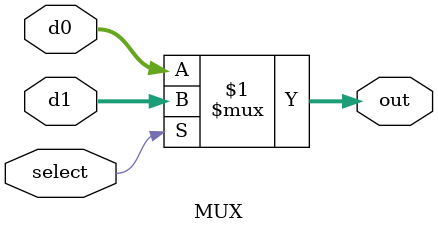
<source format=v>
module MUX(
    input[31:0] d0,
    input[31:0] d1,
    input select,
    output[31:0] out
);
    assign out = select ? d1 : d0;
endmodule
</source>
